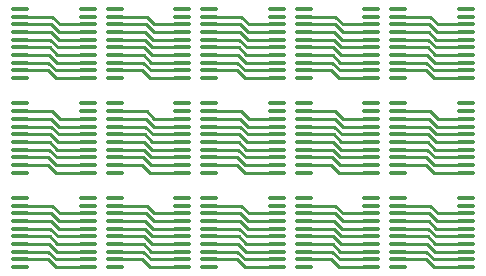
<source format=gbr>
%TF.GenerationSoftware,KiCad,Pcbnew,6.99.0-76368af7*%
%TF.CreationDate,2022-01-11T12:03:37+01:00*%
%TF.ProjectId,hc245t_bypass_esd-panel,68633234-3574-45f6-9279-706173735f65,rev?*%
%TF.SameCoordinates,Original*%
%TF.FileFunction,Copper,L2,Bot*%
%TF.FilePolarity,Positive*%
%FSLAX46Y46*%
G04 Gerber Fmt 4.6, Leading zero omitted, Abs format (unit mm)*
G04 Created by KiCad (PCBNEW 6.99.0-76368af7) date 2022-01-11 12:03:37*
%MOMM*%
%LPD*%
G01*
G04 APERTURE LIST*
G04 Aperture macros list*
%AMRoundRect*
0 Rectangle with rounded corners*
0 $1 Rounding radius*
0 $2 $3 $4 $5 $6 $7 $8 $9 X,Y pos of 4 corners*
0 Add a 4 corners polygon primitive as box body*
4,1,4,$2,$3,$4,$5,$6,$7,$8,$9,$2,$3,0*
0 Add four circle primitives for the rounded corners*
1,1,$1+$1,$2,$3*
1,1,$1+$1,$4,$5*
1,1,$1+$1,$6,$7*
1,1,$1+$1,$8,$9*
0 Add four rect primitives between the rounded corners*
20,1,$1+$1,$2,$3,$4,$5,0*
20,1,$1+$1,$4,$5,$6,$7,0*
20,1,$1+$1,$6,$7,$8,$9,0*
20,1,$1+$1,$8,$9,$2,$3,0*%
G04 Aperture macros list end*
%TA.AperFunction,ComponentPad*%
%ADD10RoundRect,0.100000X-0.637500X-0.100000X0.637500X-0.100000X0.637500X0.100000X-0.637500X0.100000X0*%
%TD*%
%TA.AperFunction,Conductor*%
%ADD11C,0.250000*%
%TD*%
G04 APERTURE END LIST*
D10*
%TO.P,J1,1,A->B*%
%TO.N,N/C*%
X136137500Y-112075000D03*
%TO.P,J1,2,A0*%
X136137500Y-112725000D03*
%TO.P,J1,3,A1*%
X136137500Y-113375000D03*
%TO.P,J1,4,A2*%
X136137500Y-114025000D03*
%TO.P,J1,5,A3*%
X136137500Y-114675000D03*
%TO.P,J1,6,A4*%
X136137500Y-115325000D03*
%TO.P,J1,7,A5*%
X136137500Y-115975000D03*
%TO.P,J1,8,A6*%
X136137500Y-116625000D03*
%TO.P,J1,9,A7*%
X136137500Y-117275000D03*
%TO.P,J1,10,GND*%
X136137500Y-117925000D03*
%TO.P,J1,11,B7*%
X141862500Y-117925000D03*
%TO.P,J1,12,B6*%
X141862500Y-117275000D03*
%TO.P,J1,13,B5*%
X141862500Y-116625000D03*
%TO.P,J1,14,B4*%
X141862500Y-115975000D03*
%TO.P,J1,15,B3*%
X141862500Y-115325000D03*
%TO.P,J1,16,B2*%
X141862500Y-114675000D03*
%TO.P,J1,17,B1*%
X141862500Y-114025000D03*
%TO.P,J1,18,B0*%
X141862500Y-113375000D03*
%TO.P,J1,19,CE*%
X141862500Y-112725000D03*
%TO.P,J1,20,VCC*%
X141862500Y-112075000D03*
%TD*%
%TO.P,J1,1,A->B*%
%TO.N,N/C*%
X152137500Y-120075000D03*
%TO.P,J1,2,A0*%
X152137500Y-120725000D03*
%TO.P,J1,3,A1*%
X152137500Y-121375000D03*
%TO.P,J1,4,A2*%
X152137500Y-122025000D03*
%TO.P,J1,5,A3*%
X152137500Y-122675000D03*
%TO.P,J1,6,A4*%
X152137500Y-123325000D03*
%TO.P,J1,7,A5*%
X152137500Y-123975000D03*
%TO.P,J1,8,A6*%
X152137500Y-124625000D03*
%TO.P,J1,9,A7*%
X152137500Y-125275000D03*
%TO.P,J1,10,GND*%
X152137500Y-125925000D03*
%TO.P,J1,11,B7*%
X157862500Y-125925000D03*
%TO.P,J1,12,B6*%
X157862500Y-125275000D03*
%TO.P,J1,13,B5*%
X157862500Y-124625000D03*
%TO.P,J1,14,B4*%
X157862500Y-123975000D03*
%TO.P,J1,15,B3*%
X157862500Y-123325000D03*
%TO.P,J1,16,B2*%
X157862500Y-122675000D03*
%TO.P,J1,17,B1*%
X157862500Y-122025000D03*
%TO.P,J1,18,B0*%
X157862500Y-121375000D03*
%TO.P,J1,19,CE*%
X157862500Y-120725000D03*
%TO.P,J1,20,VCC*%
X157862500Y-120075000D03*
%TD*%
%TO.P,J1,1,A->B*%
%TO.N,N/C*%
X128137500Y-104075000D03*
%TO.P,J1,2,A0*%
X128137500Y-104725000D03*
%TO.P,J1,3,A1*%
X128137500Y-105375000D03*
%TO.P,J1,4,A2*%
X128137500Y-106025000D03*
%TO.P,J1,5,A3*%
X128137500Y-106675000D03*
%TO.P,J1,6,A4*%
X128137500Y-107325000D03*
%TO.P,J1,7,A5*%
X128137500Y-107975000D03*
%TO.P,J1,8,A6*%
X128137500Y-108625000D03*
%TO.P,J1,9,A7*%
X128137500Y-109275000D03*
%TO.P,J1,10,GND*%
X128137500Y-109925000D03*
%TO.P,J1,11,B7*%
X133862500Y-109925000D03*
%TO.P,J1,12,B6*%
X133862500Y-109275000D03*
%TO.P,J1,13,B5*%
X133862500Y-108625000D03*
%TO.P,J1,14,B4*%
X133862500Y-107975000D03*
%TO.P,J1,15,B3*%
X133862500Y-107325000D03*
%TO.P,J1,16,B2*%
X133862500Y-106675000D03*
%TO.P,J1,17,B1*%
X133862500Y-106025000D03*
%TO.P,J1,18,B0*%
X133862500Y-105375000D03*
%TO.P,J1,19,CE*%
X133862500Y-104725000D03*
%TO.P,J1,20,VCC*%
X133862500Y-104075000D03*
%TD*%
%TO.P,J1,1,A->B*%
%TO.N,N/C*%
X152137500Y-112075000D03*
%TO.P,J1,2,A0*%
X152137500Y-112725000D03*
%TO.P,J1,3,A1*%
X152137500Y-113375000D03*
%TO.P,J1,4,A2*%
X152137500Y-114025000D03*
%TO.P,J1,5,A3*%
X152137500Y-114675000D03*
%TO.P,J1,6,A4*%
X152137500Y-115325000D03*
%TO.P,J1,7,A5*%
X152137500Y-115975000D03*
%TO.P,J1,8,A6*%
X152137500Y-116625000D03*
%TO.P,J1,9,A7*%
X152137500Y-117275000D03*
%TO.P,J1,10,GND*%
X152137500Y-117925000D03*
%TO.P,J1,11,B7*%
X157862500Y-117925000D03*
%TO.P,J1,12,B6*%
X157862500Y-117275000D03*
%TO.P,J1,13,B5*%
X157862500Y-116625000D03*
%TO.P,J1,14,B4*%
X157862500Y-115975000D03*
%TO.P,J1,15,B3*%
X157862500Y-115325000D03*
%TO.P,J1,16,B2*%
X157862500Y-114675000D03*
%TO.P,J1,17,B1*%
X157862500Y-114025000D03*
%TO.P,J1,18,B0*%
X157862500Y-113375000D03*
%TO.P,J1,19,CE*%
X157862500Y-112725000D03*
%TO.P,J1,20,VCC*%
X157862500Y-112075000D03*
%TD*%
%TO.P,J1,1,A->B*%
%TO.N,N/C*%
X152137500Y-104075000D03*
%TO.P,J1,2,A0*%
X152137500Y-104725000D03*
%TO.P,J1,3,A1*%
X152137500Y-105375000D03*
%TO.P,J1,4,A2*%
X152137500Y-106025000D03*
%TO.P,J1,5,A3*%
X152137500Y-106675000D03*
%TO.P,J1,6,A4*%
X152137500Y-107325000D03*
%TO.P,J1,7,A5*%
X152137500Y-107975000D03*
%TO.P,J1,8,A6*%
X152137500Y-108625000D03*
%TO.P,J1,9,A7*%
X152137500Y-109275000D03*
%TO.P,J1,10,GND*%
X152137500Y-109925000D03*
%TO.P,J1,11,B7*%
X157862500Y-109925000D03*
%TO.P,J1,12,B6*%
X157862500Y-109275000D03*
%TO.P,J1,13,B5*%
X157862500Y-108625000D03*
%TO.P,J1,14,B4*%
X157862500Y-107975000D03*
%TO.P,J1,15,B3*%
X157862500Y-107325000D03*
%TO.P,J1,16,B2*%
X157862500Y-106675000D03*
%TO.P,J1,17,B1*%
X157862500Y-106025000D03*
%TO.P,J1,18,B0*%
X157862500Y-105375000D03*
%TO.P,J1,19,CE*%
X157862500Y-104725000D03*
%TO.P,J1,20,VCC*%
X157862500Y-104075000D03*
%TD*%
%TO.P,J1,1,A->B*%
%TO.N,N/C*%
X160137500Y-104075000D03*
%TO.P,J1,2,A0*%
X160137500Y-104725000D03*
%TO.P,J1,3,A1*%
X160137500Y-105375000D03*
%TO.P,J1,4,A2*%
X160137500Y-106025000D03*
%TO.P,J1,5,A3*%
X160137500Y-106675000D03*
%TO.P,J1,6,A4*%
X160137500Y-107325000D03*
%TO.P,J1,7,A5*%
X160137500Y-107975000D03*
%TO.P,J1,8,A6*%
X160137500Y-108625000D03*
%TO.P,J1,9,A7*%
X160137500Y-109275000D03*
%TO.P,J1,10,GND*%
X160137500Y-109925000D03*
%TO.P,J1,11,B7*%
X165862500Y-109925000D03*
%TO.P,J1,12,B6*%
X165862500Y-109275000D03*
%TO.P,J1,13,B5*%
X165862500Y-108625000D03*
%TO.P,J1,14,B4*%
X165862500Y-107975000D03*
%TO.P,J1,15,B3*%
X165862500Y-107325000D03*
%TO.P,J1,16,B2*%
X165862500Y-106675000D03*
%TO.P,J1,17,B1*%
X165862500Y-106025000D03*
%TO.P,J1,18,B0*%
X165862500Y-105375000D03*
%TO.P,J1,19,CE*%
X165862500Y-104725000D03*
%TO.P,J1,20,VCC*%
X165862500Y-104075000D03*
%TD*%
%TO.P,J1,1,A->B*%
%TO.N,N/C*%
X144137500Y-120075000D03*
%TO.P,J1,2,A0*%
X144137500Y-120725000D03*
%TO.P,J1,3,A1*%
X144137500Y-121375000D03*
%TO.P,J1,4,A2*%
X144137500Y-122025000D03*
%TO.P,J1,5,A3*%
X144137500Y-122675000D03*
%TO.P,J1,6,A4*%
X144137500Y-123325000D03*
%TO.P,J1,7,A5*%
X144137500Y-123975000D03*
%TO.P,J1,8,A6*%
X144137500Y-124625000D03*
%TO.P,J1,9,A7*%
X144137500Y-125275000D03*
%TO.P,J1,10,GND*%
X144137500Y-125925000D03*
%TO.P,J1,11,B7*%
X149862500Y-125925000D03*
%TO.P,J1,12,B6*%
X149862500Y-125275000D03*
%TO.P,J1,13,B5*%
X149862500Y-124625000D03*
%TO.P,J1,14,B4*%
X149862500Y-123975000D03*
%TO.P,J1,15,B3*%
X149862500Y-123325000D03*
%TO.P,J1,16,B2*%
X149862500Y-122675000D03*
%TO.P,J1,17,B1*%
X149862500Y-122025000D03*
%TO.P,J1,18,B0*%
X149862500Y-121375000D03*
%TO.P,J1,19,CE*%
X149862500Y-120725000D03*
%TO.P,J1,20,VCC*%
X149862500Y-120075000D03*
%TD*%
%TO.P,J1,1,A->B*%
%TO.N,N/C*%
X144137500Y-112075000D03*
%TO.P,J1,2,A0*%
X144137500Y-112725000D03*
%TO.P,J1,3,A1*%
X144137500Y-113375000D03*
%TO.P,J1,4,A2*%
X144137500Y-114025000D03*
%TO.P,J1,5,A3*%
X144137500Y-114675000D03*
%TO.P,J1,6,A4*%
X144137500Y-115325000D03*
%TO.P,J1,7,A5*%
X144137500Y-115975000D03*
%TO.P,J1,8,A6*%
X144137500Y-116625000D03*
%TO.P,J1,9,A7*%
X144137500Y-117275000D03*
%TO.P,J1,10,GND*%
X144137500Y-117925000D03*
%TO.P,J1,11,B7*%
X149862500Y-117925000D03*
%TO.P,J1,12,B6*%
X149862500Y-117275000D03*
%TO.P,J1,13,B5*%
X149862500Y-116625000D03*
%TO.P,J1,14,B4*%
X149862500Y-115975000D03*
%TO.P,J1,15,B3*%
X149862500Y-115325000D03*
%TO.P,J1,16,B2*%
X149862500Y-114675000D03*
%TO.P,J1,17,B1*%
X149862500Y-114025000D03*
%TO.P,J1,18,B0*%
X149862500Y-113375000D03*
%TO.P,J1,19,CE*%
X149862500Y-112725000D03*
%TO.P,J1,20,VCC*%
X149862500Y-112075000D03*
%TD*%
%TO.P,J1,1,A->B*%
%TO.N,N/C*%
X128137500Y-112075000D03*
%TO.P,J1,2,A0*%
X128137500Y-112725000D03*
%TO.P,J1,3,A1*%
X128137500Y-113375000D03*
%TO.P,J1,4,A2*%
X128137500Y-114025000D03*
%TO.P,J1,5,A3*%
X128137500Y-114675000D03*
%TO.P,J1,6,A4*%
X128137500Y-115325000D03*
%TO.P,J1,7,A5*%
X128137500Y-115975000D03*
%TO.P,J1,8,A6*%
X128137500Y-116625000D03*
%TO.P,J1,9,A7*%
X128137500Y-117275000D03*
%TO.P,J1,10,GND*%
X128137500Y-117925000D03*
%TO.P,J1,11,B7*%
X133862500Y-117925000D03*
%TO.P,J1,12,B6*%
X133862500Y-117275000D03*
%TO.P,J1,13,B5*%
X133862500Y-116625000D03*
%TO.P,J1,14,B4*%
X133862500Y-115975000D03*
%TO.P,J1,15,B3*%
X133862500Y-115325000D03*
%TO.P,J1,16,B2*%
X133862500Y-114675000D03*
%TO.P,J1,17,B1*%
X133862500Y-114025000D03*
%TO.P,J1,18,B0*%
X133862500Y-113375000D03*
%TO.P,J1,19,CE*%
X133862500Y-112725000D03*
%TO.P,J1,20,VCC*%
X133862500Y-112075000D03*
%TD*%
%TO.P,J1,1,A->B*%
%TO.N,N/C*%
X160137500Y-112075000D03*
%TO.P,J1,2,A0*%
X160137500Y-112725000D03*
%TO.P,J1,3,A1*%
X160137500Y-113375000D03*
%TO.P,J1,4,A2*%
X160137500Y-114025000D03*
%TO.P,J1,5,A3*%
X160137500Y-114675000D03*
%TO.P,J1,6,A4*%
X160137500Y-115325000D03*
%TO.P,J1,7,A5*%
X160137500Y-115975000D03*
%TO.P,J1,8,A6*%
X160137500Y-116625000D03*
%TO.P,J1,9,A7*%
X160137500Y-117275000D03*
%TO.P,J1,10,GND*%
X160137500Y-117925000D03*
%TO.P,J1,11,B7*%
X165862500Y-117925000D03*
%TO.P,J1,12,B6*%
X165862500Y-117275000D03*
%TO.P,J1,13,B5*%
X165862500Y-116625000D03*
%TO.P,J1,14,B4*%
X165862500Y-115975000D03*
%TO.P,J1,15,B3*%
X165862500Y-115325000D03*
%TO.P,J1,16,B2*%
X165862500Y-114675000D03*
%TO.P,J1,17,B1*%
X165862500Y-114025000D03*
%TO.P,J1,18,B0*%
X165862500Y-113375000D03*
%TO.P,J1,19,CE*%
X165862500Y-112725000D03*
%TO.P,J1,20,VCC*%
X165862500Y-112075000D03*
%TD*%
%TO.P,J1,1,A->B*%
%TO.N,N/C*%
X144137500Y-104075000D03*
%TO.P,J1,2,A0*%
X144137500Y-104725000D03*
%TO.P,J1,3,A1*%
X144137500Y-105375000D03*
%TO.P,J1,4,A2*%
X144137500Y-106025000D03*
%TO.P,J1,5,A3*%
X144137500Y-106675000D03*
%TO.P,J1,6,A4*%
X144137500Y-107325000D03*
%TO.P,J1,7,A5*%
X144137500Y-107975000D03*
%TO.P,J1,8,A6*%
X144137500Y-108625000D03*
%TO.P,J1,9,A7*%
X144137500Y-109275000D03*
%TO.P,J1,10,GND*%
X144137500Y-109925000D03*
%TO.P,J1,11,B7*%
X149862500Y-109925000D03*
%TO.P,J1,12,B6*%
X149862500Y-109275000D03*
%TO.P,J1,13,B5*%
X149862500Y-108625000D03*
%TO.P,J1,14,B4*%
X149862500Y-107975000D03*
%TO.P,J1,15,B3*%
X149862500Y-107325000D03*
%TO.P,J1,16,B2*%
X149862500Y-106675000D03*
%TO.P,J1,17,B1*%
X149862500Y-106025000D03*
%TO.P,J1,18,B0*%
X149862500Y-105375000D03*
%TO.P,J1,19,CE*%
X149862500Y-104725000D03*
%TO.P,J1,20,VCC*%
X149862500Y-104075000D03*
%TD*%
%TO.P,J1,1,A->B*%
%TO.N,N/C*%
X136137500Y-104075000D03*
%TO.P,J1,2,A0*%
X136137500Y-104725000D03*
%TO.P,J1,3,A1*%
X136137500Y-105375000D03*
%TO.P,J1,4,A2*%
X136137500Y-106025000D03*
%TO.P,J1,5,A3*%
X136137500Y-106675000D03*
%TO.P,J1,6,A4*%
X136137500Y-107325000D03*
%TO.P,J1,7,A5*%
X136137500Y-107975000D03*
%TO.P,J1,8,A6*%
X136137500Y-108625000D03*
%TO.P,J1,9,A7*%
X136137500Y-109275000D03*
%TO.P,J1,10,GND*%
X136137500Y-109925000D03*
%TO.P,J1,11,B7*%
X141862500Y-109925000D03*
%TO.P,J1,12,B6*%
X141862500Y-109275000D03*
%TO.P,J1,13,B5*%
X141862500Y-108625000D03*
%TO.P,J1,14,B4*%
X141862500Y-107975000D03*
%TO.P,J1,15,B3*%
X141862500Y-107325000D03*
%TO.P,J1,16,B2*%
X141862500Y-106675000D03*
%TO.P,J1,17,B1*%
X141862500Y-106025000D03*
%TO.P,J1,18,B0*%
X141862500Y-105375000D03*
%TO.P,J1,19,CE*%
X141862500Y-104725000D03*
%TO.P,J1,20,VCC*%
X141862500Y-104075000D03*
%TD*%
%TO.P,J1,1,A->B*%
%TO.N,N/C*%
X128137500Y-120075000D03*
%TO.P,J1,2,A0*%
X128137500Y-120725000D03*
%TO.P,J1,3,A1*%
X128137500Y-121375000D03*
%TO.P,J1,4,A2*%
X128137500Y-122025000D03*
%TO.P,J1,5,A3*%
X128137500Y-122675000D03*
%TO.P,J1,6,A4*%
X128137500Y-123325000D03*
%TO.P,J1,7,A5*%
X128137500Y-123975000D03*
%TO.P,J1,8,A6*%
X128137500Y-124625000D03*
%TO.P,J1,9,A7*%
X128137500Y-125275000D03*
%TO.P,J1,10,GND*%
X128137500Y-125925000D03*
%TO.P,J1,11,B7*%
X133862500Y-125925000D03*
%TO.P,J1,12,B6*%
X133862500Y-125275000D03*
%TO.P,J1,13,B5*%
X133862500Y-124625000D03*
%TO.P,J1,14,B4*%
X133862500Y-123975000D03*
%TO.P,J1,15,B3*%
X133862500Y-123325000D03*
%TO.P,J1,16,B2*%
X133862500Y-122675000D03*
%TO.P,J1,17,B1*%
X133862500Y-122025000D03*
%TO.P,J1,18,B0*%
X133862500Y-121375000D03*
%TO.P,J1,19,CE*%
X133862500Y-120725000D03*
%TO.P,J1,20,VCC*%
X133862500Y-120075000D03*
%TD*%
%TO.P,J1,1,A->B*%
%TO.N,N/C*%
X136137500Y-120075000D03*
%TO.P,J1,2,A0*%
X136137500Y-120725000D03*
%TO.P,J1,3,A1*%
X136137500Y-121375000D03*
%TO.P,J1,4,A2*%
X136137500Y-122025000D03*
%TO.P,J1,5,A3*%
X136137500Y-122675000D03*
%TO.P,J1,6,A4*%
X136137500Y-123325000D03*
%TO.P,J1,7,A5*%
X136137500Y-123975000D03*
%TO.P,J1,8,A6*%
X136137500Y-124625000D03*
%TO.P,J1,9,A7*%
X136137500Y-125275000D03*
%TO.P,J1,10,GND*%
X136137500Y-125925000D03*
%TO.P,J1,11,B7*%
X141862500Y-125925000D03*
%TO.P,J1,12,B6*%
X141862500Y-125275000D03*
%TO.P,J1,13,B5*%
X141862500Y-124625000D03*
%TO.P,J1,14,B4*%
X141862500Y-123975000D03*
%TO.P,J1,15,B3*%
X141862500Y-123325000D03*
%TO.P,J1,16,B2*%
X141862500Y-122675000D03*
%TO.P,J1,17,B1*%
X141862500Y-122025000D03*
%TO.P,J1,18,B0*%
X141862500Y-121375000D03*
%TO.P,J1,19,CE*%
X141862500Y-120725000D03*
%TO.P,J1,20,VCC*%
X141862500Y-120075000D03*
%TD*%
%TO.P,J1,1,A->B*%
%TO.N,N/C*%
X160137500Y-120075000D03*
%TO.P,J1,2,A0*%
X160137500Y-120725000D03*
%TO.P,J1,3,A1*%
X160137500Y-121375000D03*
%TO.P,J1,4,A2*%
X160137500Y-122025000D03*
%TO.P,J1,5,A3*%
X160137500Y-122675000D03*
%TO.P,J1,6,A4*%
X160137500Y-123325000D03*
%TO.P,J1,7,A5*%
X160137500Y-123975000D03*
%TO.P,J1,8,A6*%
X160137500Y-124625000D03*
%TO.P,J1,9,A7*%
X160137500Y-125275000D03*
%TO.P,J1,10,GND*%
X160137500Y-125925000D03*
%TO.P,J1,11,B7*%
X165862500Y-125925000D03*
%TO.P,J1,12,B6*%
X165862500Y-125275000D03*
%TO.P,J1,13,B5*%
X165862500Y-124625000D03*
%TO.P,J1,14,B4*%
X165862500Y-123975000D03*
%TO.P,J1,15,B3*%
X165862500Y-123325000D03*
%TO.P,J1,16,B2*%
X165862500Y-122675000D03*
%TO.P,J1,17,B1*%
X165862500Y-122025000D03*
%TO.P,J1,18,B0*%
X165862500Y-121375000D03*
%TO.P,J1,19,CE*%
X165862500Y-120725000D03*
%TO.P,J1,20,VCC*%
X165862500Y-120075000D03*
%TD*%
D11*
%TO.N,*%
X152137500Y-105375000D02*
X154775000Y-105375000D01*
X131425000Y-122025000D02*
X133862500Y-122025000D01*
X136137500Y-112725000D02*
X138825000Y-112725000D01*
X139425000Y-106025000D02*
X141862500Y-106025000D01*
X155425000Y-114025000D02*
X157862500Y-114025000D01*
X131175000Y-125275000D02*
X133862500Y-125275000D01*
X136137500Y-107975000D02*
X138575000Y-107975000D01*
X136137500Y-123325000D02*
X138625000Y-123325000D01*
X152137500Y-106675000D02*
X154675000Y-106675000D01*
X155325000Y-107325000D02*
X157862500Y-107325000D01*
X152137500Y-114675000D02*
X154675000Y-114675000D01*
X162775000Y-121375000D02*
X163425000Y-122025000D01*
X160137500Y-115325000D02*
X162625000Y-115325000D01*
X128137500Y-104725000D02*
X130825000Y-104725000D01*
X144137500Y-122675000D02*
X146675000Y-122675000D01*
X131225000Y-108625000D02*
X133862500Y-108625000D01*
X160137500Y-123325000D02*
X162625000Y-123325000D01*
X138625000Y-115325000D02*
X139275000Y-115975000D01*
X154525000Y-116625000D02*
X155175000Y-117275000D01*
X139375000Y-122675000D02*
X141862500Y-122675000D01*
X128137500Y-117275000D02*
X130475000Y-117275000D01*
X144137500Y-123975000D02*
X146575000Y-123975000D01*
X128137500Y-124625000D02*
X130525000Y-124625000D01*
X138675000Y-106675000D02*
X139325000Y-107325000D01*
X154575000Y-107975000D02*
X155225000Y-108625000D01*
X154525000Y-108625000D02*
X155175000Y-109275000D01*
X131375000Y-106675000D02*
X133862500Y-106675000D01*
X160137500Y-117275000D02*
X162475000Y-117275000D01*
X155125000Y-117925000D02*
X157862500Y-117925000D01*
X128137500Y-120725000D02*
X130825000Y-120725000D01*
X155225000Y-116625000D02*
X157862500Y-116625000D01*
X130475000Y-125275000D02*
X131125000Y-125925000D01*
X138525000Y-124625000D02*
X139175000Y-125275000D01*
X162525000Y-116625000D02*
X163175000Y-117275000D01*
X152137500Y-122025000D02*
X154725000Y-122025000D01*
X136137500Y-122025000D02*
X138725000Y-122025000D01*
X144137500Y-109275000D02*
X146475000Y-109275000D01*
X131225000Y-116625000D02*
X133862500Y-116625000D01*
X163175000Y-109275000D02*
X165862500Y-109275000D01*
X162625000Y-123325000D02*
X163275000Y-123975000D01*
X146525000Y-108625000D02*
X147175000Y-109275000D01*
X146825000Y-104725000D02*
X147475000Y-105375000D01*
X130525000Y-108625000D02*
X131175000Y-109275000D01*
X146625000Y-107325000D02*
X147275000Y-107975000D01*
X163475000Y-105375000D02*
X165862500Y-105375000D01*
X138475000Y-117275000D02*
X139125000Y-117925000D01*
X138825000Y-112725000D02*
X139475000Y-113375000D01*
X152137500Y-117275000D02*
X154475000Y-117275000D01*
X146475000Y-117275000D02*
X147125000Y-117925000D01*
X130625000Y-123325000D02*
X131275000Y-123975000D01*
X152137500Y-107325000D02*
X154625000Y-107325000D01*
X152137500Y-104725000D02*
X154825000Y-104725000D01*
X162625000Y-107325000D02*
X163275000Y-107975000D01*
X136137500Y-105375000D02*
X138775000Y-105375000D01*
X144137500Y-117275000D02*
X146475000Y-117275000D01*
X139225000Y-116625000D02*
X141862500Y-116625000D01*
X163125000Y-109925000D02*
X165862500Y-109925000D01*
X128137500Y-112725000D02*
X130825000Y-112725000D01*
X147375000Y-114675000D02*
X149862500Y-114675000D01*
X147325000Y-107325000D02*
X149862500Y-107325000D01*
X130675000Y-106675000D02*
X131325000Y-107325000D01*
X136137500Y-122675000D02*
X138675000Y-122675000D01*
X128137500Y-114025000D02*
X130725000Y-114025000D01*
X162725000Y-122025000D02*
X163375000Y-122675000D01*
X128137500Y-106675000D02*
X130675000Y-106675000D01*
X144137500Y-107975000D02*
X146575000Y-107975000D01*
X144137500Y-115325000D02*
X146625000Y-115325000D01*
X128137500Y-114675000D02*
X130675000Y-114675000D01*
X154475000Y-109275000D02*
X155125000Y-109925000D01*
X131325000Y-123325000D02*
X133862500Y-123325000D01*
X147325000Y-123325000D02*
X149862500Y-123325000D01*
X155375000Y-122675000D02*
X157862500Y-122675000D01*
X146625000Y-115325000D02*
X147275000Y-115975000D01*
X130775000Y-105375000D02*
X131425000Y-106025000D01*
X162825000Y-120725000D02*
X163475000Y-121375000D01*
X139175000Y-125275000D02*
X141862500Y-125275000D01*
X131475000Y-113375000D02*
X133862500Y-113375000D01*
X136137500Y-109275000D02*
X138475000Y-109275000D01*
X147475000Y-113375000D02*
X149862500Y-113375000D01*
X138725000Y-114025000D02*
X139375000Y-114675000D01*
X163475000Y-121375000D02*
X165862500Y-121375000D01*
X144137500Y-105375000D02*
X146775000Y-105375000D01*
X162725000Y-106025000D02*
X163375000Y-106675000D01*
X152137500Y-121375000D02*
X154775000Y-121375000D01*
X152137500Y-123975000D02*
X154575000Y-123975000D01*
X155425000Y-106025000D02*
X157862500Y-106025000D01*
X130725000Y-106025000D02*
X131375000Y-106675000D01*
X146775000Y-113375000D02*
X147425000Y-114025000D01*
X146475000Y-109275000D02*
X147125000Y-109925000D01*
X144137500Y-106675000D02*
X146675000Y-106675000D01*
X144137500Y-107325000D02*
X146625000Y-107325000D01*
X138475000Y-125275000D02*
X139125000Y-125925000D01*
X146525000Y-124625000D02*
X147175000Y-125275000D01*
X163275000Y-115975000D02*
X165862500Y-115975000D01*
X130825000Y-104725000D02*
X131475000Y-105375000D01*
X139375000Y-106675000D02*
X141862500Y-106675000D01*
X160137500Y-115975000D02*
X162575000Y-115975000D01*
X136137500Y-113375000D02*
X138775000Y-113375000D01*
X138825000Y-104725000D02*
X139475000Y-105375000D01*
X160137500Y-125275000D02*
X162475000Y-125275000D01*
X130475000Y-109275000D02*
X131125000Y-109925000D01*
X154725000Y-106025000D02*
X155375000Y-106675000D01*
X130675000Y-122675000D02*
X131325000Y-123325000D01*
X131375000Y-114675000D02*
X133862500Y-114675000D01*
X160137500Y-108625000D02*
X162525000Y-108625000D01*
X131325000Y-107325000D02*
X133862500Y-107325000D01*
X163125000Y-117925000D02*
X165862500Y-117925000D01*
X155425000Y-122025000D02*
X157862500Y-122025000D01*
X139175000Y-109275000D02*
X141862500Y-109275000D01*
X155275000Y-107975000D02*
X157862500Y-107975000D01*
X131225000Y-124625000D02*
X133862500Y-124625000D01*
X162475000Y-109275000D02*
X163125000Y-109925000D01*
X163175000Y-117275000D02*
X165862500Y-117275000D01*
X144137500Y-114675000D02*
X146675000Y-114675000D01*
X139475000Y-121375000D02*
X141862500Y-121375000D01*
X163375000Y-122675000D02*
X165862500Y-122675000D01*
X138575000Y-115975000D02*
X139225000Y-116625000D01*
X128137500Y-125275000D02*
X130475000Y-125275000D01*
X154575000Y-115975000D02*
X155225000Y-116625000D01*
X162575000Y-107975000D02*
X163225000Y-108625000D01*
X146525000Y-116625000D02*
X147175000Y-117275000D01*
X136137500Y-114675000D02*
X138675000Y-114675000D01*
X131475000Y-105375000D02*
X133862500Y-105375000D01*
X146625000Y-123325000D02*
X147275000Y-123975000D01*
X155125000Y-109925000D02*
X157862500Y-109925000D01*
X146775000Y-105375000D02*
X147425000Y-106025000D01*
X147425000Y-114025000D02*
X149862500Y-114025000D01*
X130725000Y-114025000D02*
X131375000Y-114675000D01*
X160137500Y-114025000D02*
X162725000Y-114025000D01*
X131125000Y-109925000D02*
X133862500Y-109925000D01*
X146675000Y-122675000D02*
X147325000Y-123325000D01*
X138725000Y-122025000D02*
X139375000Y-122675000D01*
X136137500Y-106675000D02*
X138675000Y-106675000D01*
X139325000Y-123325000D02*
X141862500Y-123325000D01*
X136137500Y-104725000D02*
X138825000Y-104725000D01*
X154625000Y-115325000D02*
X155275000Y-115975000D01*
X128137500Y-107325000D02*
X130625000Y-107325000D01*
X128137500Y-108625000D02*
X130525000Y-108625000D01*
X155275000Y-123975000D02*
X157862500Y-123975000D01*
X144137500Y-125275000D02*
X146475000Y-125275000D01*
X128137500Y-113375000D02*
X130775000Y-113375000D01*
X139225000Y-124625000D02*
X141862500Y-124625000D01*
X128137500Y-123975000D02*
X130575000Y-123975000D01*
X139175000Y-117275000D02*
X141862500Y-117275000D01*
X152137500Y-123325000D02*
X154625000Y-123325000D01*
X155175000Y-109275000D02*
X157862500Y-109275000D01*
X139275000Y-123975000D02*
X141862500Y-123975000D01*
X130575000Y-107975000D02*
X131225000Y-108625000D01*
X130725000Y-122025000D02*
X131375000Y-122675000D01*
X131375000Y-122675000D02*
X133862500Y-122675000D01*
X146825000Y-112725000D02*
X147475000Y-113375000D01*
X130775000Y-113375000D02*
X131425000Y-114025000D01*
X130825000Y-112725000D02*
X131475000Y-113375000D01*
X131275000Y-115975000D02*
X133862500Y-115975000D01*
X130525000Y-124625000D02*
X131175000Y-125275000D01*
X160137500Y-124625000D02*
X162525000Y-124625000D01*
X146825000Y-120725000D02*
X147475000Y-121375000D01*
X154825000Y-104725000D02*
X155475000Y-105375000D01*
X144137500Y-123325000D02*
X146625000Y-123325000D01*
X138725000Y-106025000D02*
X139375000Y-106675000D01*
X136137500Y-114025000D02*
X138725000Y-114025000D01*
X147125000Y-117925000D02*
X149862500Y-117925000D01*
X152137500Y-106025000D02*
X154725000Y-106025000D01*
X162475000Y-117275000D02*
X163125000Y-117925000D01*
X154525000Y-124625000D02*
X155175000Y-125275000D01*
X128137500Y-116625000D02*
X130525000Y-116625000D01*
X146575000Y-115975000D02*
X147225000Y-116625000D01*
X152137500Y-124625000D02*
X154525000Y-124625000D01*
X147175000Y-117275000D02*
X149862500Y-117275000D01*
X138775000Y-121375000D02*
X139425000Y-122025000D01*
X162475000Y-125275000D02*
X163125000Y-125925000D01*
X152137500Y-114025000D02*
X154725000Y-114025000D01*
X155125000Y-125925000D02*
X157862500Y-125925000D01*
X154625000Y-123325000D02*
X155275000Y-123975000D01*
X144137500Y-121375000D02*
X146775000Y-121375000D01*
X130775000Y-121375000D02*
X131425000Y-122025000D01*
X160137500Y-121375000D02*
X162775000Y-121375000D01*
X130625000Y-107325000D02*
X131275000Y-107975000D01*
X131125000Y-117925000D02*
X133862500Y-117925000D01*
X163125000Y-125925000D02*
X165862500Y-125925000D01*
X128137500Y-122025000D02*
X130725000Y-122025000D01*
X136137500Y-121375000D02*
X138775000Y-121375000D01*
X147425000Y-106025000D02*
X149862500Y-106025000D01*
X128137500Y-106025000D02*
X130725000Y-106025000D01*
X130625000Y-115325000D02*
X131275000Y-115975000D01*
X138475000Y-109275000D02*
X139125000Y-109925000D01*
X138675000Y-114675000D02*
X139325000Y-115325000D01*
X163425000Y-106025000D02*
X165862500Y-106025000D01*
X162775000Y-113375000D02*
X163425000Y-114025000D01*
X146575000Y-107975000D02*
X147225000Y-108625000D01*
X131475000Y-121375000D02*
X133862500Y-121375000D01*
X154775000Y-105375000D02*
X155425000Y-106025000D01*
X136137500Y-117275000D02*
X138475000Y-117275000D01*
X147275000Y-123975000D02*
X149862500Y-123975000D01*
X162625000Y-115325000D02*
X163275000Y-115975000D01*
X131175000Y-117275000D02*
X133862500Y-117275000D01*
X162675000Y-114675000D02*
X163325000Y-115325000D01*
X155175000Y-117275000D02*
X157862500Y-117275000D01*
X131425000Y-106025000D02*
X133862500Y-106025000D01*
X144137500Y-104725000D02*
X146825000Y-104725000D01*
X139425000Y-114025000D02*
X141862500Y-114025000D01*
X163375000Y-106675000D02*
X165862500Y-106675000D01*
X128137500Y-123325000D02*
X130625000Y-123325000D01*
X144137500Y-122025000D02*
X146725000Y-122025000D01*
X162675000Y-106675000D02*
X163325000Y-107325000D01*
X138575000Y-107975000D02*
X139225000Y-108625000D01*
X152137500Y-116625000D02*
X154525000Y-116625000D01*
X147175000Y-125275000D02*
X149862500Y-125275000D01*
X160137500Y-104725000D02*
X162825000Y-104725000D01*
X144137500Y-120725000D02*
X146825000Y-120725000D01*
X163275000Y-123975000D02*
X165862500Y-123975000D01*
X139225000Y-108625000D02*
X141862500Y-108625000D01*
X139475000Y-105375000D02*
X141862500Y-105375000D01*
X162775000Y-105375000D02*
X163425000Y-106025000D01*
X162525000Y-124625000D02*
X163175000Y-125275000D01*
X155375000Y-106675000D02*
X157862500Y-106675000D01*
X152137500Y-115975000D02*
X154575000Y-115975000D01*
X163275000Y-107975000D02*
X165862500Y-107975000D01*
X136137500Y-124625000D02*
X138525000Y-124625000D01*
X160137500Y-116625000D02*
X162525000Y-116625000D01*
X128137500Y-105375000D02*
X130775000Y-105375000D01*
X152137500Y-112725000D02*
X154825000Y-112725000D01*
X152137500Y-113375000D02*
X154775000Y-113375000D01*
X146675000Y-114675000D02*
X147325000Y-115325000D01*
X160137500Y-107325000D02*
X162625000Y-107325000D01*
X139125000Y-117925000D02*
X141862500Y-117925000D01*
X147375000Y-106675000D02*
X149862500Y-106675000D01*
X154725000Y-114025000D02*
X155375000Y-114675000D01*
X163225000Y-124625000D02*
X165862500Y-124625000D01*
X152137500Y-109275000D02*
X154475000Y-109275000D01*
X130525000Y-116625000D02*
X131175000Y-117275000D01*
X138775000Y-105375000D02*
X139425000Y-106025000D01*
X138775000Y-113375000D02*
X139425000Y-114025000D01*
X163425000Y-122025000D02*
X165862500Y-122025000D01*
X146475000Y-125275000D02*
X147125000Y-125925000D01*
X155225000Y-124625000D02*
X157862500Y-124625000D01*
X131275000Y-123975000D02*
X133862500Y-123975000D01*
X160137500Y-122675000D02*
X162675000Y-122675000D01*
X154725000Y-122025000D02*
X155375000Y-122675000D01*
X146725000Y-106025000D02*
X147375000Y-106675000D01*
X154475000Y-125275000D02*
X155125000Y-125925000D01*
X138625000Y-107325000D02*
X139275000Y-107975000D01*
X155475000Y-105375000D02*
X157862500Y-105375000D01*
X162675000Y-122675000D02*
X163325000Y-123325000D01*
X147475000Y-105375000D02*
X149862500Y-105375000D01*
X136137500Y-123975000D02*
X138575000Y-123975000D01*
X144137500Y-108625000D02*
X146525000Y-108625000D01*
X152137500Y-107975000D02*
X154575000Y-107975000D01*
X147125000Y-109925000D02*
X149862500Y-109925000D01*
X152137500Y-122675000D02*
X154675000Y-122675000D01*
X144137500Y-115975000D02*
X146575000Y-115975000D01*
X154675000Y-106675000D02*
X155325000Y-107325000D01*
X160137500Y-105375000D02*
X162775000Y-105375000D01*
X138625000Y-123325000D02*
X139275000Y-123975000D01*
X154775000Y-121375000D02*
X155425000Y-122025000D01*
X160137500Y-122025000D02*
X162725000Y-122025000D01*
X155375000Y-114675000D02*
X157862500Y-114675000D01*
X139475000Y-113375000D02*
X141862500Y-113375000D01*
X160137500Y-113375000D02*
X162775000Y-113375000D01*
X154575000Y-123975000D02*
X155225000Y-124625000D01*
X163225000Y-116625000D02*
X165862500Y-116625000D01*
X130825000Y-120725000D02*
X131475000Y-121375000D01*
X163325000Y-123325000D02*
X165862500Y-123325000D01*
X163475000Y-113375000D02*
X165862500Y-113375000D01*
X147375000Y-122675000D02*
X149862500Y-122675000D01*
X154825000Y-120725000D02*
X155475000Y-121375000D01*
X155475000Y-121375000D02*
X157862500Y-121375000D01*
X147275000Y-107975000D02*
X149862500Y-107975000D01*
X146725000Y-114025000D02*
X147375000Y-114675000D01*
X144137500Y-113375000D02*
X146775000Y-113375000D01*
X160137500Y-106675000D02*
X162675000Y-106675000D01*
X144137500Y-116625000D02*
X146525000Y-116625000D01*
X136137500Y-120725000D02*
X138825000Y-120725000D01*
X136137500Y-115975000D02*
X138575000Y-115975000D01*
X146575000Y-123975000D02*
X147225000Y-124625000D01*
X128137500Y-107975000D02*
X130575000Y-107975000D01*
X152137500Y-108625000D02*
X154525000Y-108625000D01*
X147175000Y-109275000D02*
X149862500Y-109275000D01*
X147125000Y-125925000D02*
X149862500Y-125925000D01*
X131425000Y-114025000D02*
X133862500Y-114025000D01*
X139125000Y-125925000D02*
X141862500Y-125925000D01*
X155325000Y-123325000D02*
X157862500Y-123325000D01*
X162825000Y-112725000D02*
X163475000Y-113375000D01*
X136137500Y-115325000D02*
X138625000Y-115325000D01*
X160137500Y-120725000D02*
X162825000Y-120725000D01*
X144137500Y-112725000D02*
X146825000Y-112725000D01*
X152137500Y-115325000D02*
X154625000Y-115325000D01*
X160137500Y-106025000D02*
X162725000Y-106025000D01*
X136137500Y-106025000D02*
X138725000Y-106025000D01*
X138575000Y-123975000D02*
X139225000Y-124625000D01*
X128137500Y-115325000D02*
X130625000Y-115325000D01*
X160137500Y-107975000D02*
X162575000Y-107975000D01*
X147275000Y-115975000D02*
X149862500Y-115975000D01*
X138825000Y-120725000D02*
X139475000Y-121375000D01*
X160137500Y-109275000D02*
X162475000Y-109275000D01*
X162525000Y-108625000D02*
X163175000Y-109275000D01*
X147225000Y-108625000D02*
X149862500Y-108625000D01*
X146775000Y-121375000D02*
X147425000Y-122025000D01*
X147325000Y-115325000D02*
X149862500Y-115325000D01*
X152137500Y-125275000D02*
X154475000Y-125275000D01*
X139275000Y-107975000D02*
X141862500Y-107975000D01*
X139375000Y-114675000D02*
X141862500Y-114675000D01*
X139325000Y-115325000D02*
X141862500Y-115325000D01*
X155275000Y-115975000D02*
X157862500Y-115975000D01*
X163225000Y-108625000D02*
X165862500Y-108625000D01*
X163375000Y-114675000D02*
X165862500Y-114675000D01*
X154625000Y-107325000D02*
X155275000Y-107975000D01*
X130575000Y-123975000D02*
X131225000Y-124625000D01*
X163325000Y-115325000D02*
X165862500Y-115325000D01*
X136137500Y-108625000D02*
X138525000Y-108625000D01*
X131275000Y-107975000D02*
X133862500Y-107975000D01*
X155325000Y-115325000D02*
X157862500Y-115325000D01*
X162575000Y-115975000D02*
X163225000Y-116625000D01*
X138525000Y-108625000D02*
X139175000Y-109275000D01*
X154675000Y-122675000D02*
X155325000Y-123325000D01*
X155225000Y-108625000D02*
X157862500Y-108625000D01*
X131325000Y-115325000D02*
X133862500Y-115325000D01*
X162725000Y-114025000D02*
X163375000Y-114675000D01*
X144137500Y-114025000D02*
X146725000Y-114025000D01*
X162575000Y-123975000D02*
X163225000Y-124625000D01*
X146675000Y-106675000D02*
X147325000Y-107325000D01*
X155475000Y-113375000D02*
X157862500Y-113375000D01*
X147225000Y-116625000D02*
X149862500Y-116625000D01*
X136137500Y-125275000D02*
X138475000Y-125275000D01*
X160137500Y-114675000D02*
X162675000Y-114675000D01*
X136137500Y-116625000D02*
X138525000Y-116625000D01*
X128137500Y-121375000D02*
X130775000Y-121375000D01*
X146725000Y-122025000D02*
X147375000Y-122675000D01*
X130675000Y-114675000D02*
X131325000Y-115325000D01*
X154475000Y-117275000D02*
X155125000Y-117925000D01*
X136137500Y-107325000D02*
X138625000Y-107325000D01*
X154825000Y-112725000D02*
X155475000Y-113375000D01*
X163325000Y-107325000D02*
X165862500Y-107325000D01*
X131175000Y-109275000D02*
X133862500Y-109275000D01*
X128137500Y-122675000D02*
X130675000Y-122675000D01*
X160137500Y-112725000D02*
X162825000Y-112725000D01*
X163425000Y-114025000D02*
X165862500Y-114025000D01*
X128137500Y-115975000D02*
X130575000Y-115975000D01*
X130575000Y-115975000D02*
X131225000Y-116625000D01*
X144137500Y-124625000D02*
X146525000Y-124625000D01*
X139275000Y-115975000D02*
X141862500Y-115975000D01*
X131125000Y-125925000D02*
X133862500Y-125925000D01*
X162825000Y-104725000D02*
X163475000Y-105375000D01*
X139325000Y-107325000D02*
X141862500Y-107325000D01*
X130475000Y-117275000D02*
X131125000Y-117925000D01*
X138675000Y-122675000D02*
X139325000Y-123325000D01*
X147475000Y-121375000D02*
X149862500Y-121375000D01*
X152137500Y-120725000D02*
X154825000Y-120725000D01*
X155175000Y-125275000D02*
X157862500Y-125275000D01*
X147425000Y-122025000D02*
X149862500Y-122025000D01*
X144137500Y-106025000D02*
X146725000Y-106025000D01*
X163175000Y-125275000D02*
X165862500Y-125275000D01*
X147225000Y-124625000D02*
X149862500Y-124625000D01*
X154775000Y-113375000D02*
X155425000Y-114025000D01*
X138525000Y-116625000D02*
X139175000Y-117275000D01*
X139125000Y-109925000D02*
X141862500Y-109925000D01*
X128137500Y-109275000D02*
X130475000Y-109275000D01*
X154675000Y-114675000D02*
X155325000Y-115325000D01*
X160137500Y-123975000D02*
X162575000Y-123975000D01*
X139425000Y-122025000D02*
X141862500Y-122025000D01*
%TD*%
M02*

</source>
